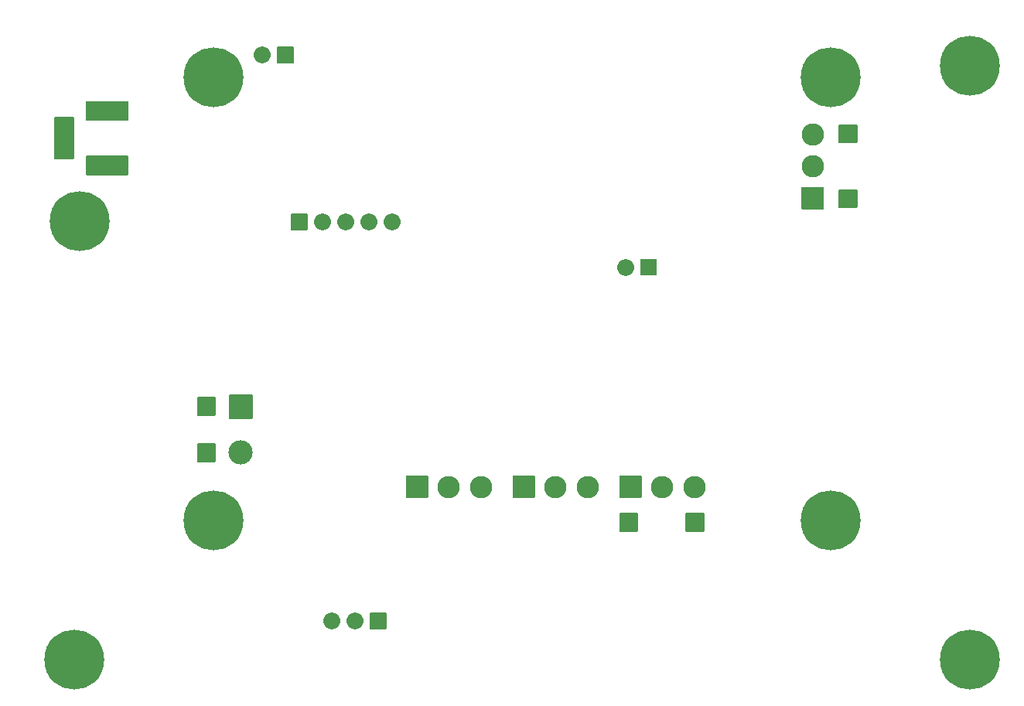
<source format=gbs>
G04 #@! TF.GenerationSoftware,KiCad,Pcbnew,6.0.2+dfsg-1*
G04 #@! TF.CreationDate,2023-08-12T13:44:09-06:00*
G04 #@! TF.ProjectId,ckt-soundplay-test,636b742d-736f-4756-9e64-706c61792d74,rev?*
G04 #@! TF.SameCoordinates,Original*
G04 #@! TF.FileFunction,Soldermask,Bot*
G04 #@! TF.FilePolarity,Negative*
%FSLAX46Y46*%
G04 Gerber Fmt 4.6, Leading zero omitted, Abs format (unit mm)*
G04 Created by KiCad (PCBNEW 6.0.2+dfsg-1) date 2023-08-12 13:44:09*
%MOMM*%
%LPD*%
G01*
G04 APERTURE LIST*
%ADD10C,2.652400*%
%ADD11C,2.452400*%
%ADD12C,6.552400*%
%ADD13O,1.852400X1.852400*%
G04 APERTURE END LIST*
G36*
G01*
X107670000Y-83549800D02*
X110170000Y-83549800D01*
G75*
G02*
X110246200Y-83626000I0J-76200D01*
G01*
X110246200Y-86126000D01*
G75*
G02*
X110170000Y-86202200I-76200J0D01*
G01*
X107670000Y-86202200D01*
G75*
G02*
X107593800Y-86126000I0J76200D01*
G01*
X107593800Y-83626000D01*
G75*
G02*
X107670000Y-83549800I76200J0D01*
G01*
G37*
D10*
X108920000Y-89876000D03*
G36*
G01*
X126972800Y-94807000D02*
X126972800Y-92507000D01*
G75*
G02*
X127049000Y-92430800I76200J0D01*
G01*
X129349000Y-92430800D01*
G75*
G02*
X129425200Y-92507000I0J-76200D01*
G01*
X129425200Y-94807000D01*
G75*
G02*
X129349000Y-94883200I-76200J0D01*
G01*
X127049000Y-94883200D01*
G75*
G02*
X126972800Y-94807000I0J76200D01*
G01*
G37*
D11*
X131699000Y-93657000D03*
X135199000Y-93657000D03*
D12*
X173482000Y-97282000D03*
X90678000Y-112522000D03*
X173482000Y-48768000D03*
G36*
G01*
X123102000Y-107404800D02*
X124802000Y-107404800D01*
G75*
G02*
X124878200Y-107481000I0J-76200D01*
G01*
X124878200Y-109181000D01*
G75*
G02*
X124802000Y-109257200I-76200J0D01*
G01*
X123102000Y-109257200D01*
G75*
G02*
X123025800Y-109181000I0J76200D01*
G01*
X123025800Y-107481000D01*
G75*
G02*
X123102000Y-107404800I76200J0D01*
G01*
G37*
D13*
X121412000Y-108331000D03*
X118872000Y-108331000D03*
G36*
G01*
X174358293Y-55943497D02*
X174358293Y-54038497D01*
G75*
G02*
X174434493Y-53962297I76200J0D01*
G01*
X176339493Y-53962297D01*
G75*
G02*
X176415693Y-54038497I0J-76200D01*
G01*
X176415693Y-55943497D01*
G75*
G02*
X176339493Y-56019697I-76200J0D01*
G01*
X174434493Y-56019697D01*
G75*
G02*
X174358293Y-55943497I0J76200D01*
G01*
G37*
G36*
G01*
X138656800Y-94807000D02*
X138656800Y-92507000D01*
G75*
G02*
X138733000Y-92430800I76200J0D01*
G01*
X141033000Y-92430800D01*
G75*
G02*
X141109200Y-92507000I0J-76200D01*
G01*
X141109200Y-94807000D01*
G75*
G02*
X141033000Y-94883200I-76200J0D01*
G01*
X138733000Y-94883200D01*
G75*
G02*
X138656800Y-94807000I0J76200D01*
G01*
G37*
D11*
X143383000Y-93657000D03*
X146883000Y-93657000D03*
G36*
G01*
X172658000Y-63273200D02*
X170358000Y-63273200D01*
G75*
G02*
X170281800Y-63197000I0J76200D01*
G01*
X170281800Y-60897000D01*
G75*
G02*
X170358000Y-60820800I76200J0D01*
G01*
X172658000Y-60820800D01*
G75*
G02*
X172734200Y-60897000I0J-76200D01*
G01*
X172734200Y-63197000D01*
G75*
G02*
X172658000Y-63273200I-76200J0D01*
G01*
G37*
X171508000Y-58547000D03*
X171508000Y-55047000D03*
D12*
X188722000Y-112522000D03*
G36*
G01*
X112947000Y-45428800D02*
X114647000Y-45428800D01*
G75*
G02*
X114723200Y-45505000I0J-76200D01*
G01*
X114723200Y-47205000D01*
G75*
G02*
X114647000Y-47281200I-76200J0D01*
G01*
X112947000Y-47281200D01*
G75*
G02*
X112870800Y-47205000I0J76200D01*
G01*
X112870800Y-45505000D01*
G75*
G02*
X112947000Y-45428800I76200J0D01*
G01*
G37*
D13*
X111257000Y-46355000D03*
G36*
G01*
X152698000Y-68669800D02*
X154398000Y-68669800D01*
G75*
G02*
X154474200Y-68746000I0J-76200D01*
G01*
X154474200Y-70446000D01*
G75*
G02*
X154398000Y-70522200I-76200J0D01*
G01*
X152698000Y-70522200D01*
G75*
G02*
X152621800Y-70446000I0J76200D01*
G01*
X152621800Y-68746000D01*
G75*
G02*
X152698000Y-68669800I76200J0D01*
G01*
G37*
X151008000Y-69596000D03*
D12*
X91313000Y-64516000D03*
G36*
G01*
X104127300Y-85788500D02*
X104127300Y-83883500D01*
G75*
G02*
X104203500Y-83807300I76200J0D01*
G01*
X106108500Y-83807300D01*
G75*
G02*
X106184700Y-83883500I0J-76200D01*
G01*
X106184700Y-85788500D01*
G75*
G02*
X106108500Y-85864700I-76200J0D01*
G01*
X104203500Y-85864700D01*
G75*
G02*
X104127300Y-85788500I0J76200D01*
G01*
G37*
G36*
G01*
X150355300Y-98488500D02*
X150355300Y-96583500D01*
G75*
G02*
X150431500Y-96507300I76200J0D01*
G01*
X152336500Y-96507300D01*
G75*
G02*
X152412700Y-96583500I0J-76200D01*
G01*
X152412700Y-98488500D01*
G75*
G02*
X152336500Y-98564700I-76200J0D01*
G01*
X150431500Y-98564700D01*
G75*
G02*
X150355300Y-98488500I0J76200D01*
G01*
G37*
G36*
G01*
X157594300Y-98488500D02*
X157594300Y-96583500D01*
G75*
G02*
X157670500Y-96507300I76200J0D01*
G01*
X159575500Y-96507300D01*
G75*
G02*
X159651700Y-96583500I0J-76200D01*
G01*
X159651700Y-98488500D01*
G75*
G02*
X159575500Y-98564700I-76200J0D01*
G01*
X157670500Y-98564700D01*
G75*
G02*
X157594300Y-98488500I0J76200D01*
G01*
G37*
X105918000Y-97282000D03*
X105918000Y-48768000D03*
G36*
G01*
X91949800Y-59470000D02*
X91949800Y-57470000D01*
G75*
G02*
X92026000Y-57393800I76200J0D01*
G01*
X96526000Y-57393800D01*
G75*
G02*
X96602200Y-57470000I0J-76200D01*
G01*
X96602200Y-59470000D01*
G75*
G02*
X96526000Y-59546200I-76200J0D01*
G01*
X92026000Y-59546200D01*
G75*
G02*
X91949800Y-59470000I0J76200D01*
G01*
G37*
G36*
G01*
X91949800Y-53470000D02*
X91949800Y-51470000D01*
G75*
G02*
X92026000Y-51393800I76200J0D01*
G01*
X96526000Y-51393800D01*
G75*
G02*
X96602200Y-51470000I0J-76200D01*
G01*
X96602200Y-53470000D01*
G75*
G02*
X96526000Y-53546200I-76200J0D01*
G01*
X92026000Y-53546200D01*
G75*
G02*
X91949800Y-53470000I0J76200D01*
G01*
G37*
G36*
G01*
X88499800Y-57720000D02*
X88499800Y-53220000D01*
G75*
G02*
X88576000Y-53143800I76200J0D01*
G01*
X90576000Y-53143800D01*
G75*
G02*
X90652200Y-53220000I0J-76200D01*
G01*
X90652200Y-57720000D01*
G75*
G02*
X90576000Y-57796200I-76200J0D01*
G01*
X88576000Y-57796200D01*
G75*
G02*
X88499800Y-57720000I0J76200D01*
G01*
G37*
X188722000Y-47498000D03*
G36*
G01*
X174358300Y-63055500D02*
X174358300Y-61150500D01*
G75*
G02*
X174434500Y-61074300I76200J0D01*
G01*
X176339500Y-61074300D01*
G75*
G02*
X176415700Y-61150500I0J-76200D01*
G01*
X176415700Y-63055500D01*
G75*
G02*
X176339500Y-63131700I-76200J0D01*
G01*
X174434500Y-63131700D01*
G75*
G02*
X174358300Y-63055500I0J76200D01*
G01*
G37*
G36*
G01*
X104127300Y-90868500D02*
X104127300Y-88963500D01*
G75*
G02*
X104203500Y-88887300I76200J0D01*
G01*
X106108500Y-88887300D01*
G75*
G02*
X106184700Y-88963500I0J-76200D01*
G01*
X106184700Y-90868500D01*
G75*
G02*
X106108500Y-90944700I-76200J0D01*
G01*
X104203500Y-90944700D01*
G75*
G02*
X104127300Y-90868500I0J76200D01*
G01*
G37*
G36*
G01*
X150340800Y-94807000D02*
X150340800Y-92507000D01*
G75*
G02*
X150417000Y-92430800I76200J0D01*
G01*
X152717000Y-92430800D01*
G75*
G02*
X152793200Y-92507000I0J-76200D01*
G01*
X152793200Y-94807000D01*
G75*
G02*
X152717000Y-94883200I-76200J0D01*
G01*
X150417000Y-94883200D01*
G75*
G02*
X150340800Y-94807000I0J76200D01*
G01*
G37*
D11*
X155067000Y-93657000D03*
X158567000Y-93657000D03*
G36*
G01*
X116166000Y-65569200D02*
X114466000Y-65569200D01*
G75*
G02*
X114389800Y-65493000I0J76200D01*
G01*
X114389800Y-63793000D01*
G75*
G02*
X114466000Y-63716800I76200J0D01*
G01*
X116166000Y-63716800D01*
G75*
G02*
X116242200Y-63793000I0J-76200D01*
G01*
X116242200Y-65493000D01*
G75*
G02*
X116166000Y-65569200I-76200J0D01*
G01*
G37*
D13*
X117856000Y-64643000D03*
X120396000Y-64643000D03*
X122936000Y-64643000D03*
X125476000Y-64643000D03*
M02*

</source>
